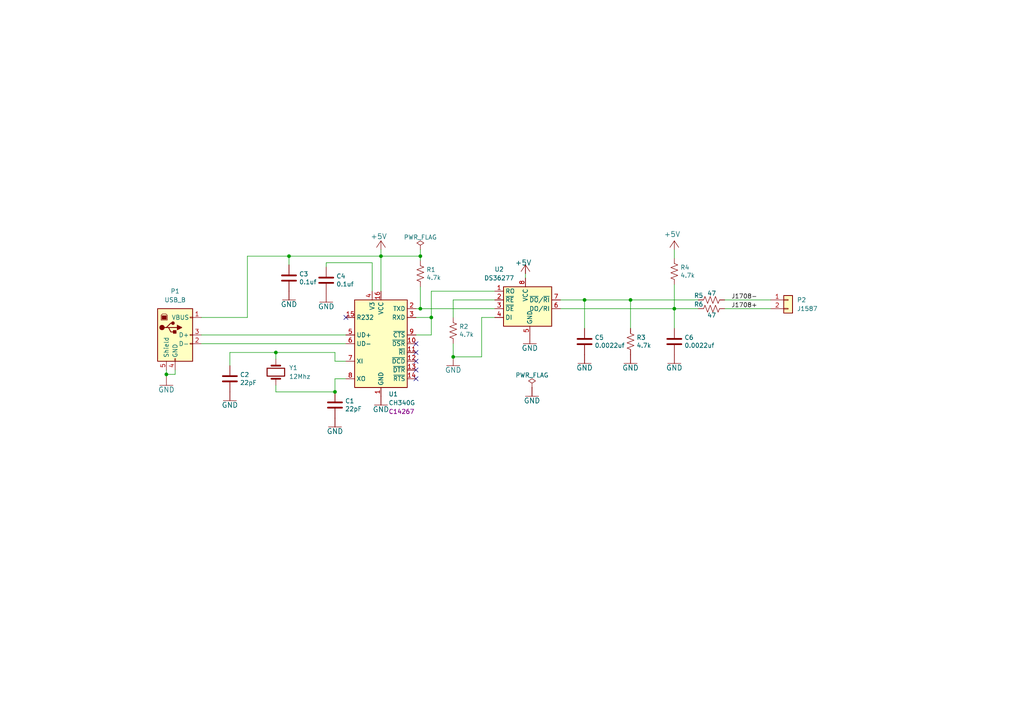
<source format=kicad_sch>
(kicad_sch (version 20231120) (generator "eeschema") (generator_version "8.0")
  (paper "A4")
  (title_block (date "2024-01-10"))
  (lib_symbols
    (symbol "Connector_Generic:Conn_01x02" (pin_names (offset 1.016) hide)
      (property "Reference" "J" (at 0 2.54 0))
      (property "Value" "Conn_01x02" (at 0 -5.08 0))
      (symbol "Conn_01x02_1_1"
        (rectangle (start -1.27 -2.413) (end 0 -2.667) (stroke (width 0.1524)))
        (rectangle (start -1.27 0.127) (end 0 -0.127) (stroke (width 0.1524)))
        (rectangle (start -1.27 1.27) (end 1.27 -3.81) (stroke (width 0.254)) (fill (type background)))
        (pin passive line (at -5.08 0 0) (length 3.81) (name "Pin_1") (number "1"))
        (pin passive line (at -5.08 -2.54 0) (length 3.81) (name "Pin_2") (number "2"))
      )
    )
    (symbol "Device:C" (pin_numbers hide) (pin_names (offset 0.254))
      (property "Reference" "C" (at 0.635 2.54 0))
      (property "Value" "C" (at 0.635 -2.54 0))
      (symbol "C_0_1"
        (polyline (pts (xy -2.032 -0.762) (xy 2.032 -0.762)) (stroke (width 0.508)))
        (polyline (pts (xy -2.032 0.762) (xy 2.032 0.762)) (stroke (width 0.508)))
      )
      (symbol "C_1_1"
        (pin passive line (at 0 3.81 270) (length 2.794) (name "~") (number "1"))
        (pin passive line (at 0 -3.81 90) (length 2.794) (name "~") (number "2"))
      )
    )
    (symbol "Device:Crystal" (pin_numbers hide) (pin_names (offset 1.016) hide)
      (property "Reference" "Y" (at 0 3.81 0))
      (property "Value" "Crystal" (at 0 -3.81 0))
      (symbol "Crystal_0_1"
        (rectangle (start -1.143 2.54) (end 1.143 -2.54) (stroke (width 0.3048)))
        (polyline (pts (xy -2.54 0) (xy -1.905 0)))
        (polyline (pts (xy -1.905 -1.27) (xy -1.905 1.27)) (stroke (width 0.508)))
        (polyline (pts (xy 1.905 -1.27) (xy 1.905 1.27)) (stroke (width 0.508)))
        (polyline (pts (xy 2.54 0) (xy 1.905 0)))
      )
      (symbol "Crystal_1_1"
        (pin passive line (at -3.81 0 0) (length 1.27) (name "1") (number "1"))
        (pin passive line (at 3.81 0 180) (length 1.27) (name "2") (number "2"))
      )
    )
    (symbol "Device:R_US" (pin_numbers hide) (pin_names (offset 0))
      (property "Reference" "R" (at 2.54 0 90))
      (property "Value" "R_US" (at -2.54 0 90))
      (symbol "R_US_0_1"
        (polyline (pts (xy 0 -2.286) (xy 0 -2.54)))
        (polyline (pts (xy 0 2.286) (xy 0 2.54)))
        (polyline (pts (xy 0 -0.762) (xy 1.016 -1.143) (xy 0 -1.524) (xy -1.016 -1.905) (xy 0 -2.286)))
        (polyline (pts (xy 0 0.762) (xy 1.016 0.381) (xy 0 0) (xy -1.016 -0.381) (xy 0 -0.762)))
        (polyline (pts (xy 0 2.286) (xy 1.016 1.905) (xy 0 1.524) (xy -1.016 1.143) (xy 0 0.762)))
      )
      (symbol "R_US_1_1"
        (pin passive line (at 0 3.81 270) (length 1.27) (name "~") (number "1"))
        (pin passive line (at 0 -3.81 90) (length 1.27) (name "~") (number "2"))
      )
    )
    (symbol "catu:+5V" (power) (pin_names (offset 1.016))
      (property "Value" "+5V" (at -2.54 -5.08 90))
      (symbol "+5V_1_0"
        (polyline (pts (xy 0 0) (xy -1.27 -1.905)))
        (polyline (pts (xy 1.27 -1.905) (xy 0 0)))
        (pin power_in line (at 0 -2.54 90) (length 2.54) (name "+5V") (number "1"))
      )
    )
    (symbol "catu:CH340G"
      (property "Reference" "U" (at -5.08 13.97 0))
      (property "Value" "CH340G" (at 1.27 13.97 0))
      (property "LCSC" "C14267" (at 8.89 -16.51 0))
      (symbol "CH340G_0_1"
        (rectangle (start -7.62 12.7) (end 7.62 -12.7) (stroke (width 0.254)) (fill (type background)))
      )
      (symbol "CH340G_1_1"
        (pin power_in line (at 0 -15.24 90) (length 2.54) (name "GND") (number "1"))
        (pin input line (at 10.16 0 180) (length 2.54) (name "~{DSR}") (number "10"))
        (pin input line (at 10.16 -2.54 180) (length 2.54) (name "~{RI}") (number "11"))
        (pin input line (at 10.16 -5.08 180) (length 2.54) (name "~{DCD}") (number "12"))
        (pin output line (at 10.16 -7.62 180) (length 2.54) (name "~{DTR}") (number "13"))
        (pin output line (at 10.16 -10.16 180) (length 2.54) (name "~{RTS}") (number "14"))
        (pin input line (at -10.16 7.62 0) (length 2.54) (name "R232") (number "15"))
        (pin power_in line (at 0 15.24 270) (length 2.54) (name "VCC") (number "16"))
        (pin output line (at 10.16 10.16 180) (length 2.54) (name "TXD") (number "2"))
        (pin input line (at 10.16 7.62 180) (length 2.54) (name "RXD") (number "3"))
        (pin passive line (at -2.54 15.24 270) (length 2.54) (name "V3") (number "4"))
        (pin passive line (at -10.16 2.54 0) (length 2.54) (name "UD+") (number "5"))
        (pin passive line (at -10.16 0 0) (length 2.54) (name "UD-") (number "6"))
        (pin input line (at -10.16 -5.08 0) (length 2.54) (name "XI") (number "7"))
        (pin output line (at -10.16 -10.16 0) (length 2.54) (name "XO") (number "8"))
        (pin input line (at 10.16 2.54 180) (length 2.54) (name "~{CTS}") (number "9"))
      )
    )
    (symbol "catu:DS36277"
      (property "Reference" "U" (at -5.588 8.89 0))
      (property "Value" "DS36277" (at 1.27 8.89 0))
      (symbol "DS36277_0_1"
        (rectangle (start -6.35 7.62) (end 7.62 -3.81) (stroke (width 0.254)) (fill (type background)))
      )
      (symbol "DS36277_1_1"
        (pin output line (at -8.89 6.35 0) (length 2.54) (name "RO") (number "1"))
        (pin input line (at -8.89 3.81 0) (length 2.54) (name "~{RE}") (number "2"))
        (pin input line (at -8.89 1.27 0) (length 2.54) (name "~{DE}") (number "3"))
        (pin input line (at -8.89 -1.27 0) (length 2.54) (name "DI") (number "4"))
        (pin power_in line (at 1.27 -6.35 90) (length 2.54) (name "GND") (number "5"))
        (pin bidirectional line (at 10.16 1.27 180) (length 2.54) (name "DO/RI") (number "6"))
        (pin bidirectional line (at 10.16 3.81 180) (length 2.54) (name "~{DO}/~{RI}") (number "7"))
        (pin power_in line (at 0 10.16 270) (length 2.54) (name "VCC") (number "8"))
      )
    )
    (symbol "catu:GND" (power) (pin_names (offset 1.016))
      (property "Value" "GND" (at -2.54 -2.54 0))
      (symbol "GND_1_0"
        (polyline (pts (xy -1.905 0) (xy 1.905 0)))
        (pin power_in line (at 0 2.54 270) (length 2.54) (name "GND") (number "1"))
      )
    )
    (symbol "catu:USB_B" (pin_names (offset 1.016))
      (property "Reference" "P" (at -5.08 11.43 0))
      (property "Value" "USB_B" (at -5.08 8.89 0))
      (symbol "USB_B_0_1"
        (rectangle (start -5.08 -7.62) (end 5.08 7.62) (stroke (width 0.254)) (fill (type background)))
        (circle (center -3.81 2.159) (radius 0.635) (stroke (width 0.254)) (fill (type outline)))
        (rectangle (start -3.81 5.588) (end -2.54 4.572) (fill (type outline)))
        (circle (center -0.635 3.429) (radius 0.381) (stroke (width 0.254)) (fill (type outline)))
        (rectangle (start -0.127 -7.62) (end 0.127 -6.858))
        (polyline (pts (xy -1.905 2.159) (xy 0.635 2.159)) (stroke (width 0.254)))
        (polyline (pts (xy -3.175 2.159) (xy -2.54 2.159) (xy -1.27 3.429) (xy -0.635 3.429)) (stroke (width 0.254)))
        (polyline (pts (xy -2.54 2.159) (xy -1.905 2.159) (xy -1.27 0.889) (xy 0 0.889)) (stroke (width 0.254)))
        (polyline (pts (xy 0.635 2.794) (xy 0.635 1.524) (xy 1.905 2.159) (xy 0.635 2.794)) (stroke (width 0.254)) (fill (type outline)))
        (polyline (pts (xy -4.064 4.318) (xy -2.286 4.318) (xy -2.286 5.715) (xy -2.667 6.096) (xy -3.683 6.096) (xy -4.064 5.715) (xy -4.064 4.318)))
        (rectangle (start 0.254 1.27) (end -0.508 0.508) (stroke (width 0.254)) (fill (type outline)))
        (rectangle (start 5.08 -2.667) (end 4.318 -2.413))
        (rectangle (start 5.08 -0.127) (end 4.318 0.127))
        (rectangle (start 5.08 4.953) (end 4.318 5.207))
      )
      (symbol "USB_B_1_1"
        (pin passive line (at 7.62 5.08 180) (length 2.54) (name "VBUS") (number "1"))
        (pin bidirectional line (at 7.62 -2.54 180) (length 2.54) (name "D-") (number "2"))
        (pin bidirectional line (at 7.62 0 180) (length 2.54) (name "D+") (number "3"))
        (pin power_in line (at 0 -10.16 90) (length 2.54) (name "GND") (number "4"))
        (pin passive line (at -2.54 -10.16 90) (length 2.54) (name "Shield") (number "5"))
      )
    )
    (symbol "power:PWR_FLAG" (power) (pin_numbers hide) (pin_names (offset 0) hide)
      (property "Value" "PWR_FLAG" (at 0 3.81 0))
      (symbol "PWR_FLAG_0_0"
        (pin power_out line (at 0 0 90) (length 0) (name "pwr") (number "1"))
      )
      (symbol "PWR_FLAG_0_1"
        (polyline (pts (xy 0 0) (xy 0 1.27) (xy -1.016 1.905) (xy 0 2.54) (xy 1.016 1.905) (xy 0 1.27)))
      )
    )
  )
  (junction (at 131.445 103.505))
  (junction (at 97.155 113.665))
  (junction (at 182.88 86.995))
  (junction (at 121.92 74.295))
  (junction (at 195.58 89.535))
  (junction (at 121.92 89.535))
  (junction (at 169.545 86.995))
  (junction (at 83.82 74.295))
  (junction (at 80.01 102.235))
  (junction (at 125.095 92.075))
  (junction (at 110.49 74.295))
  (junction (at 48.26 108.585))
  (no_connect (at 120.65 109.855))
  (no_connect (at 120.65 104.775))
  (no_connect (at 120.65 99.695))
  (no_connect (at 120.65 107.315))
  (no_connect (at 100.33 92.075))
  (no_connect (at 120.65 102.235))
  (wire (pts (xy 162.56 89.535) (xy 195.58 89.535)))
  (wire (pts (xy 66.675 102.235) (xy 66.675 106.045)))
  (wire (pts (xy 131.445 86.995) (xy 131.445 92.075)))
  (wire (pts (xy 48.26 108.585) (xy 50.8 108.585)))
  (wire (pts (xy 121.92 74.295) (xy 121.92 75.565)))
  (wire (pts (xy 182.88 86.995) (xy 169.545 86.995)))
  (wire (pts (xy 202.565 86.995) (xy 182.88 86.995)))
  (wire (pts (xy 110.49 84.455) (xy 110.49 74.295)))
  (wire (pts (xy 97.155 109.855) (xy 100.33 109.855)))
  (wire (pts (xy 195.58 72.39) (xy 195.58 74.93)))
  (wire (pts (xy 94.615 76.2) (xy 107.95 76.2)))
  (wire (pts (xy 121.92 83.185) (xy 121.92 89.535)))
  (wire (pts (xy 71.755 74.295) (xy 71.755 92.075)))
  (wire (pts (xy 48.26 109.22) (xy 48.26 108.585)))
  (wire (pts (xy 97.155 104.775) (xy 100.33 104.775)))
  (wire (pts (xy 83.82 74.295) (xy 83.82 76.835)))
  (wire (pts (xy 202.565 89.535) (xy 195.58 89.535)))
  (wire (pts (xy 94.615 77.47) (xy 94.615 76.2)))
  (wire (pts (xy 80.01 111.76) (xy 80.01 113.665)))
  (wire (pts (xy 210.185 86.995) (xy 223.52 86.995)))
  (wire (pts (xy 152.4 79.375) (xy 152.4 80.645)))
  (wire (pts (xy 58.42 99.695) (xy 100.33 99.695)))
  (wire (pts (xy 83.82 74.295) (xy 110.49 74.295)))
  (wire (pts (xy 125.095 84.455) (xy 125.095 92.075)))
  (wire (pts (xy 107.95 76.2) (xy 107.95 84.455)))
  (wire (pts (xy 195.58 82.55) (xy 195.58 89.535)))
  (wire (pts (xy 110.49 74.295) (xy 121.92 74.295)))
  (wire (pts (xy 120.65 97.155) (xy 125.095 97.155)))
  (wire (pts (xy 121.92 72.39) (xy 121.92 74.295)))
  (wire (pts (xy 139.7 92.075) (xy 139.7 103.505)))
  (wire (pts (xy 58.42 92.075) (xy 71.755 92.075)))
  (wire (pts (xy 169.545 86.995) (xy 162.56 86.995)))
  (wire (pts (xy 210.185 89.535) (xy 223.52 89.535)))
  (wire (pts (xy 169.545 95.25) (xy 169.545 86.995)))
  (wire (pts (xy 125.095 97.155) (xy 125.095 92.075)))
  (wire (pts (xy 80.01 102.235) (xy 97.155 102.235)))
  (wire (pts (xy 110.49 72.39) (xy 110.49 74.295)))
  (wire (pts (xy 195.58 89.535) (xy 195.58 95.25)))
  (wire (pts (xy 143.51 86.995) (xy 131.445 86.995)))
  (wire (pts (xy 58.42 97.155) (xy 100.33 97.155)))
  (wire (pts (xy 97.155 102.235) (xy 97.155 104.775)))
  (wire (pts (xy 48.26 108.585) (xy 48.26 107.315)))
  (wire (pts (xy 80.01 104.14) (xy 80.01 102.235)))
  (wire (pts (xy 120.65 92.075) (xy 125.095 92.075)))
  (wire (pts (xy 97.155 113.665) (xy 97.155 109.855)))
  (wire (pts (xy 125.095 84.455) (xy 143.51 84.455)))
  (wire (pts (xy 121.92 89.535) (xy 120.65 89.535)))
  (wire (pts (xy 139.7 92.075) (xy 143.51 92.075)))
  (wire (pts (xy 143.51 89.535) (xy 121.92 89.535)))
  (wire (pts (xy 71.755 74.295) (xy 83.82 74.295)))
  (wire (pts (xy 80.01 113.665) (xy 97.155 113.665)))
  (wire (pts (xy 80.01 102.235) (xy 66.675 102.235)))
  (wire (pts (xy 131.445 103.505) (xy 139.7 103.505)))
  (wire (pts (xy 131.445 99.695) (xy 131.445 103.505)))
  (wire (pts (xy 50.8 108.585) (xy 50.8 107.315)))
  (wire (pts (xy 182.88 86.995) (xy 182.88 95.25)))
  (label "J1708-" (at 212.09 86.995 0))
  (label "J1708+" (at 212.09 89.535 0))
  (symbol (lib_id "catu:GND") (at 48.26 111.76 0) (unit 1)
    (property "Reference" "#GND0117" (effects (hide yes)))
    (property "Value" "GND" (at 48.26 113.03 0) (effects (font (size 1.4986 1.4986))))
  )
  (symbol (lib_id "catu:GND") (at 66.675 116.205 0) (unit 1)
    (property "Reference" "#GND016" (effects (hide yes)))
    (property "Value" "GND" (at 66.675 117.475 0) (effects (font (size 1.4986 1.4986))))
  )
  (symbol (lib_id "catu:GND") (at 97.155 123.825 0) (unit 1)
    (property "Reference" "#GND015" (effects (hide yes)))
    (property "Value" "GND" (at 97.155 125.095 0) (effects (font (size 1.4986 1.4986))))
  )
  (symbol (lib_id "catu:GND") (at 110.49 117.475 0) (unit 1)
    (property "Reference" "#GND019" (effects (hide yes)))
    (property "Value" "GND" (at 110.49 118.745 0) (effects (font (size 1.4986 1.4986))))
  )
  (symbol (lib_id "catu:GND") (at 94.615 87.63 0) (unit 1)
    (property "Reference" "#GND018" (effects (hide yes)))
    (property "Value" "GND" (at 94.615 88.9 0) (effects (font (size 1.4986 1.4986))))
  )
  (symbol (lib_id "catu:GND") (at 83.82 86.995 0) (unit 1)
    (property "Reference" "#GND017" (effects (hide yes)))
    (property "Value" "GND" (at 83.82 88.265 0) (effects (font (size 1.4986 1.4986))))
  )
  (symbol (lib_id "Device:C") (at 94.615 81.28 0) (unit 1)
    (property "Reference" "C4" (at 97.536 80.1116 0) (effects (justify left)))
    (property "Value" "0.1uf" (at 97.536 82.423 0) (effects (justify left)))
    (property "Footprint" "Capacitor_SMD:C_0805_2012Metric_Pad1.18x1.45mm_HandSolder" (effects (hide yes)))
  )
  (symbol (lib_id "Device:C") (at 97.155 117.475 0) (unit 1)
    (property "Reference" "C1" (at 100.076 116.3066 0) (effects (justify left)))
    (property "Value" "22pF" (at 100.076 118.618 0) (effects (justify left)))
    (property "Footprint" "Capacitor_SMD:C_0805_2012Metric_Pad1.18x1.45mm_HandSolder" (effects (hide yes)))
  )
  (symbol (lib_id "Device:R_US") (at 206.375 89.535 270) (unit 1)
    (property "Reference" "R6" (at 201.295 88.265 90) (effects (justify left)))
    (property "Value" "47" (at 205.105 91.44 90) (effects (justify left)))
    (property "Footprint" "Resistor_SMD:R_2512_6332Metric_Pad1.40x3.35mm_HandSolder" (effects (hide yes)))
  )
  (symbol (lib_id "Device:R_US") (at 121.92 79.375 0) (unit 1)
    (property "Reference" "R1" (at 123.6472 78.2066 0) (effects (justify left)))
    (property "Value" "4.7k" (at 123.6472 80.518 0) (effects (justify left)))
    (property "Footprint" "Resistor_SMD:R_0805_2012Metric_Pad1.20x1.40mm_HandSolder" (effects (hide yes)))
  )
  (symbol (lib_id "catu:GND") (at 131.445 106.045 0) (unit 1)
    (property "Reference" "#GND0109" (effects (hide yes)))
    (property "Value" "GND" (at 131.445 107.315 0) (effects (font (size 1.4986 1.4986))))
  )
  (symbol (lib_id "catu:GND") (at 154.305 114.935 0) (unit 1)
    (property "Reference" "#GND01" (effects (hide yes)))
    (property "Value" "GND" (at 154.305 116.205 0) (effects (font (size 1.4986 1.4986))))
  )
  (symbol (lib_id "Device:C") (at 66.675 109.855 0) (unit 1)
    (property "Reference" "C2" (at 69.596 108.6866 0) (effects (justify left)))
    (property "Value" "22pF" (at 69.596 110.998 0) (effects (justify left)))
    (property "Footprint" "Capacitor_SMD:C_0805_2012Metric_Pad1.18x1.45mm_HandSolder" (effects (hide yes)))
  )
  (symbol (lib_id "catu:CH340G") (at 110.49 99.695 0) (unit 1)
    (property "Reference" "U1" (at 112.6841 114.3 0) (effects (justify left)))
    (property "Value" "CH340G" (at 112.6841 116.84 0) (effects (justify left)))
    (property "Footprint" "Package_SO:SOIC-16_3.9x9.9mm_P1.27mm" (effects (hide yes)))
    (property "Datasheet" "http://www.datasheet5.com/pdf-local-2195953" (effects (hide yes)))
    (property "LCSC" "C14267" (at 112.6841 119.38 0) (effects (justify left)))
  )
  (symbol (lib_id "catu:+5V") (at 195.58 69.85 0) (unit 1)
    (property "Reference" "#P+0103" (effects (hide yes)))
    (property "Value" "+5V" (at 194.945 67.945 0) (effects (font (size 1.4986 1.4986))))
  )
  (symbol (lib_id "Device:C") (at 169.545 99.06 0) (unit 1)
    (property "Reference" "C5" (at 172.466 97.8916 0) (effects (justify left)))
    (property "Value" "0.0022uf" (at 172.466 100.203 0) (effects (justify left)))
    (property "Footprint" "Capacitor_SMD:C_0805_2012Metric_Pad1.18x1.45mm_HandSolder" (effects (hide yes)))
  )
  (symbol (lib_id "power:PWR_FLAG") (at 154.305 112.395 0) (unit 1)
    (property "Reference" "#FLG01" (effects (hide yes)))
    (property "Value" "PWR_FLAG" (at 154.305 108.8192 0))
  )
  (symbol (lib_id "Device:R_US") (at 131.445 95.885 0) (unit 1)
    (property "Reference" "R2" (at 133.1722 94.7166 0) (effects (justify left)))
    (property "Value" "4.7k" (at 133.1722 97.028 0) (effects (justify left)))
    (property "Footprint" "Resistor_SMD:R_0805_2012Metric_Pad1.20x1.40mm_HandSolder" (effects (hide yes)))
  )
  (symbol (lib_id "catu:GND") (at 153.67 99.695 0) (unit 1)
    (property "Reference" "#GND0105" (effects (hide yes)))
    (property "Value" "GND" (at 153.67 100.965 0) (effects (font (size 1.4986 1.4986))))
  )
  (symbol (lib_id "catu:GND") (at 195.58 105.41 0) (unit 1)
    (property "Reference" "#GND0106" (effects (hide yes)))
    (property "Value" "GND" (at 195.58 106.68 0) (effects (font (size 1.4986 1.4986))))
  )
  (symbol (lib_id "catu:DS36277") (at 152.4 90.805 0) (unit 1)
    (property "Reference" "U2" (at 144.78 78.105 0))
    (property "Value" "DS36277" (at 144.78 80.645 0))
    (property "Footprint" "Package_SO:SOIC-8_3.9x4.9mm_P1.27mm" (effects (hide yes)))
  )
  (symbol (lib_id "Device:R_US") (at 195.58 78.74 0) (unit 1)
    (property "Reference" "R4" (at 197.3072 77.5716 0) (effects (justify left)))
    (property "Value" "4.7k" (at 197.3072 79.883 0) (effects (justify left)))
    (property "Footprint" "Resistor_SMD:R_1206_3216Metric_Pad1.30x1.75mm_HandSolder" (effects (hide yes)))
  )
  (symbol (lib_id "Device:Crystal") (at 80.01 107.95 90) (unit 1)
    (property "Reference" "Y1" (at 83.82 106.68 90) (effects (justify right)))
    (property "Value" "12Mhz" (at 83.82 109.22 90) (effects (justify right)))
    (property "Footprint" "Crystal:Crystal_HC49-4H_Vertical" (effects (hide yes)))
  )
  (symbol (lib_id "Device:C") (at 83.82 80.645 0) (unit 1)
    (property "Reference" "C3" (at 86.741 79.4766 0) (effects (justify left)))
    (property "Value" "0.1uf" (at 86.741 81.788 0) (effects (justify left)))
    (property "Footprint" "Capacitor_SMD:C_0805_2012Metric_Pad1.18x1.45mm_HandSolder" (effects (hide yes)))
  )
  (symbol (lib_id "Device:C") (at 195.58 99.06 0) (unit 1)
    (property "Reference" "C6" (at 198.501 97.8916 0) (effects (justify left)))
    (property "Value" "0.0022uf" (at 198.501 100.203 0) (effects (justify left)))
    (property "Footprint" "Capacitor_SMD:C_0805_2012Metric_Pad1.18x1.45mm_HandSolder" (effects (hide yes)))
  )
  (symbol (lib_id "catu:GND") (at 182.88 105.41 0) (unit 1)
    (property "Reference" "#GND0107" (effects (hide yes)))
    (property "Value" "GND" (at 182.88 106.68 0) (effects (font (size 1.4986 1.4986))))
  )
  (symbol (lib_id "catu:+5V") (at 152.4 76.835 0) (unit 1)
    (property "Reference" "#P+0102" (effects (hide yes)))
    (property "Value" "+5V" (at 151.765 76.2 0) (effects (font (size 1.4986 1.4986))))
  )
  (symbol (lib_id "catu:USB_B") (at 50.8 97.155 0) (unit 1)
    (property "Reference" "P1" (at 50.8 84.455 0))
    (property "Value" "USB_B" (at 50.8 86.995 0))
    (property "Footprint" "Connector_USB:USB_B_Lumberg_2411_02_Horizontal" (effects (hide yes)))
    (property "Datasheet" " ~" (effects (hide yes)))
  )
  (symbol (lib_id "Connector_Generic:Conn_01x02") (at 228.6 86.995 0) (unit 1)
    (property "Reference" "P2" (at 231.14 86.995 0) (effects (justify left)))
    (property "Value" "J1587" (at 231.14 89.535 0) (effects (justify left)))
    (property "Footprint" "Connector_PinHeader_2.54mm:PinHeader_1x02_P2.54mm_Vertical" (effects (hide yes)))
  )
  (symbol (lib_id "power:PWR_FLAG") (at 121.92 72.39 0) (unit 1)
    (property "Reference" "#FLG0101" (effects (hide yes)))
    (property "Value" "PWR_FLAG" (at 121.92 68.8142 0))
  )
  (symbol (lib_id "Device:R_US") (at 206.375 86.995 270) (unit 1)
    (property "Reference" "R5" (at 201.295 85.725 90) (effects (justify left)))
    (property "Value" "47" (at 205.105 85.09 90) (effects (justify left)))
    (property "Footprint" "Resistor_SMD:R_2512_6332Metric_Pad1.40x3.35mm_HandSolder" (effects (hide yes)))
  )
  (symbol (lib_id "Device:R_US") (at 182.88 99.06 0) (unit 1)
    (property "Reference" "R3" (at 184.6072 97.8916 0) (effects (justify left)))
    (property "Value" "4.7k" (at 184.6072 100.203 0) (effects (justify left)))
    (property "Footprint" "Resistor_SMD:R_1206_3216Metric_Pad1.30x1.75mm_HandSolder" (effects (hide yes)))
  )
  (symbol (lib_id "catu:GND") (at 169.545 105.41 0) (unit 1)
    (property "Reference" "#GND0108" (effects (hide yes)))
    (property "Value" "GND" (at 169.545 106.68 0) (effects (font (size 1.4986 1.4986))))
  )
  (symbol (lib_id "catu:+5V") (at 110.49 69.85 0) (unit 1)
    (property "Reference" "#P+0104" (effects (hide yes)))
    (property "Value" "+5V" (at 109.855 68.58 0) (effects (font (size 1.4986 1.4986))))
  )
)
</source>
